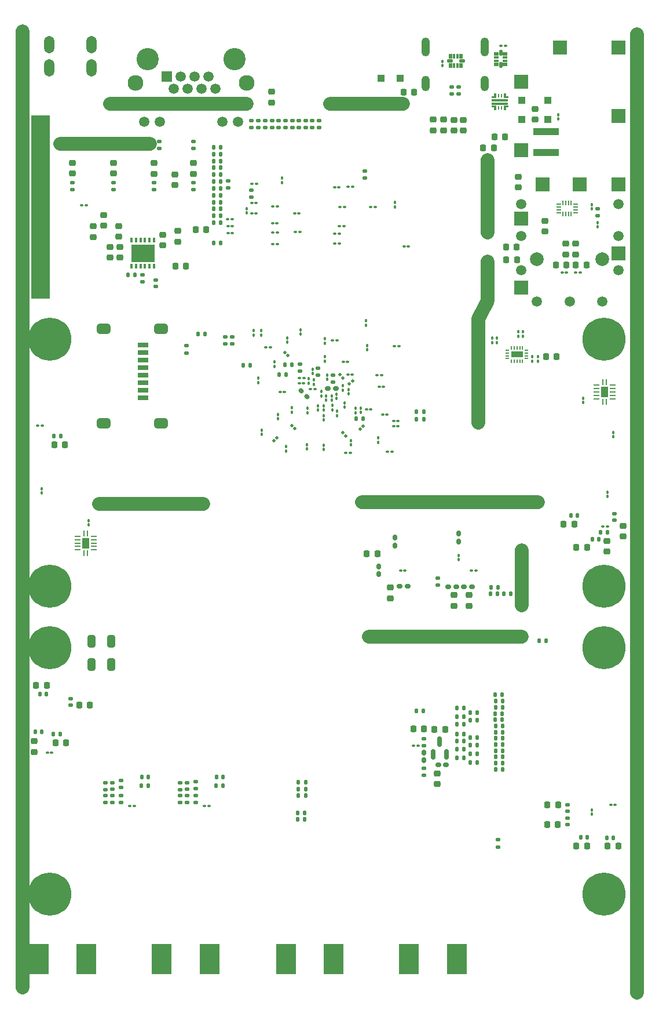
<source format=gbr>
%TF.GenerationSoftware,KiCad,Pcbnew,9.0.6-9.0.6~ubuntu22.04.1*%
%TF.CreationDate,2025-11-19T14:02:57+01:00*%
%TF.ProjectId,TRX055.01.01.PB.00.00,54525830-3535-42e3-9031-2e30312e5042,rev?*%
%TF.SameCoordinates,Original*%
%TF.FileFunction,Soldermask,Bot*%
%TF.FilePolarity,Negative*%
%FSLAX46Y46*%
G04 Gerber Fmt 4.6, Leading zero omitted, Abs format (unit mm)*
G04 Created by KiCad (PCBNEW 9.0.6-9.0.6~ubuntu22.04.1) date 2025-11-19 14:02:57*
%MOMM*%
%LPD*%
G01*
G04 APERTURE LIST*
G04 Aperture macros list*
%AMRoundRect*
0 Rectangle with rounded corners*
0 $1 Rounding radius*
0 $2 $3 $4 $5 $6 $7 $8 $9 X,Y pos of 4 corners*
0 Add a 4 corners polygon primitive as box body*
4,1,4,$2,$3,$4,$5,$6,$7,$8,$9,$2,$3,0*
0 Add four circle primitives for the rounded corners*
1,1,$1+$1,$2,$3*
1,1,$1+$1,$4,$5*
1,1,$1+$1,$6,$7*
1,1,$1+$1,$8,$9*
0 Add four rect primitives between the rounded corners*
20,1,$1+$1,$2,$3,$4,$5,0*
20,1,$1+$1,$4,$5,$6,$7,0*
20,1,$1+$1,$6,$7,$8,$9,0*
20,1,$1+$1,$8,$9,$2,$3,0*%
%AMFreePoly0*
4,1,7,0.300000,-0.300000,0.050000,-0.300000,0.050000,0.000000,-0.300000,0.000000,-0.300000,0.300000,0.300000,0.300000,0.300000,-0.300000,0.300000,-0.300000,$1*%
%AMFreePoly1*
4,1,7,0.300000,-0.300000,-0.300000,-0.300000,-0.300000,0.000000,0.050000,0.000000,0.050000,0.300000,0.300000,0.300000,0.300000,-0.300000,0.300000,-0.300000,$1*%
%AMFreePoly2*
4,1,7,-0.050000,0.000000,0.300000,0.000000,0.300000,-0.300000,-0.300000,-0.300000,-0.300000,0.300000,-0.050000,0.300000,-0.050000,0.000000,-0.050000,0.000000,$1*%
%AMFreePoly3*
4,1,7,0.300000,0.000000,-0.050000,0.000000,-0.050000,-0.300000,-0.300000,-0.300000,-0.300000,0.300000,0.300000,0.300000,0.300000,0.000000,0.300000,0.000000,$1*%
G04 Aperture macros list end*
%ADD10C,2.000000*%
%ADD11C,0.100000*%
%ADD12RoundRect,0.135000X-0.135000X-0.185000X0.135000X-0.185000X0.135000X0.185000X-0.135000X0.185000X0*%
%ADD13RoundRect,0.135000X0.185000X-0.135000X0.185000X0.135000X-0.185000X0.135000X-0.185000X-0.135000X0*%
%ADD14RoundRect,0.135000X0.135000X0.185000X-0.135000X0.185000X-0.135000X-0.185000X0.135000X-0.185000X0*%
%ADD15RoundRect,0.250000X0.325000X0.650000X-0.325000X0.650000X-0.325000X-0.650000X0.325000X-0.650000X0*%
%ADD16RoundRect,0.225000X0.225000X0.250000X-0.225000X0.250000X-0.225000X-0.250000X0.225000X-0.250000X0*%
%ADD17RoundRect,0.225000X-0.225000X-0.250000X0.225000X-0.250000X0.225000X0.250000X-0.225000X0.250000X0*%
%ADD18RoundRect,0.225000X-0.250000X0.225000X-0.250000X-0.225000X0.250000X-0.225000X0.250000X0.225000X0*%
%ADD19C,2.000000*%
%ADD20R,2.000000X2.000000*%
%ADD21C,1.500000*%
%ADD22C,6.300000*%
%ADD23O,1.188400X2.252400*%
%ADD24O,1.252400X2.752400*%
%ADD25R,3.000000X4.500000*%
%ADD26O,1.500000X2.550000*%
%ADD27C,3.250000*%
%ADD28R,1.500000X1.500000*%
%ADD29C,2.300000*%
%ADD30RoundRect,0.225000X0.250000X-0.225000X0.250000X0.225000X-0.250000X0.225000X-0.250000X-0.225000X0*%
%ADD31RoundRect,0.218750X0.218750X0.256250X-0.218750X0.256250X-0.218750X-0.256250X0.218750X-0.256250X0*%
%ADD32RoundRect,0.100000X-0.100000X0.130000X-0.100000X-0.130000X0.100000X-0.130000X0.100000X0.130000X0*%
%ADD33RoundRect,0.100000X0.130000X0.100000X-0.130000X0.100000X-0.130000X-0.100000X0.130000X-0.100000X0*%
%ADD34RoundRect,0.140000X-0.170000X0.140000X-0.170000X-0.140000X0.170000X-0.140000X0.170000X0.140000X0*%
%ADD35R,0.364000X0.665000*%
%ADD36R,3.400000X2.500000*%
%ADD37RoundRect,0.100000X0.100000X-0.130000X0.100000X0.130000X-0.100000X0.130000X-0.100000X-0.130000X0*%
%ADD38RoundRect,0.160000X0.160000X-0.222500X0.160000X0.222500X-0.160000X0.222500X-0.160000X-0.222500X0*%
%ADD39RoundRect,0.100000X-0.130000X-0.100000X0.130000X-0.100000X0.130000X0.100000X-0.130000X0.100000X0*%
%ADD40FreePoly0,270.000000*%
%ADD41R,0.250000X0.600000*%
%ADD42FreePoly1,270.000000*%
%ADD43R,2.400000X0.300000*%
%ADD44FreePoly2,270.000000*%
%ADD45FreePoly3,270.000000*%
%ADD46RoundRect,0.150000X0.150000X-0.587500X0.150000X0.587500X-0.150000X0.587500X-0.150000X-0.587500X0*%
%ADD47RoundRect,0.250000X0.300000X-0.300000X0.300000X0.300000X-0.300000X0.300000X-0.300000X-0.300000X0*%
%ADD48RoundRect,0.135000X-0.185000X0.135000X-0.185000X-0.135000X0.185000X-0.135000X0.185000X0.135000X0*%
%ADD49RoundRect,0.100000X-0.018372X-0.162980X0.162240X0.024048X0.018372X0.162980X-0.162240X-0.024048X0*%
%ADD50RoundRect,0.160000X0.222500X0.160000X-0.222500X0.160000X-0.222500X-0.160000X0.222500X-0.160000X0*%
%ADD51RoundRect,0.100000X-0.162635X0.021213X0.021213X-0.162635X0.162635X-0.021213X-0.021213X0.162635X0*%
%ADD52RoundRect,0.062500X-0.062500X-0.350000X0.062500X-0.350000X0.062500X0.350000X-0.062500X0.350000X0*%
%ADD53RoundRect,0.062500X-0.350000X-0.062500X0.350000X-0.062500X0.350000X0.062500X-0.350000X0.062500X0*%
%ADD54R,1.000000X1.500000*%
%ADD55RoundRect,0.160000X0.270468X-0.044194X-0.044194X0.270468X-0.270468X0.044194X0.044194X-0.270468X0*%
%ADD56RoundRect,0.218750X-0.256250X0.218750X-0.256250X-0.218750X0.256250X-0.218750X0.256250X0.218750X0*%
%ADD57RoundRect,0.140000X0.140000X0.170000X-0.140000X0.170000X-0.140000X-0.170000X0.140000X-0.170000X0*%
%ADD58RoundRect,0.140000X0.170000X-0.140000X0.170000X0.140000X-0.170000X0.140000X-0.170000X-0.140000X0*%
%ADD59RoundRect,0.100000X0.021213X0.162635X-0.162635X-0.021213X-0.021213X-0.162635X0.162635X0.021213X0*%
%ADD60R,3.700000X1.100000*%
%ADD61RoundRect,0.056750X0.320250X0.170250X-0.320250X0.170250X-0.320250X-0.170250X0.320250X-0.170250X0*%
%ADD62RoundRect,0.050500X0.326500X0.151500X-0.326500X0.151500X-0.326500X-0.151500X0.326500X-0.151500X0*%
%ADD63RoundRect,0.063000X0.189000X0.339000X-0.189000X0.339000X-0.189000X-0.339000X0.189000X-0.339000X0*%
%ADD64R,0.200000X0.595000*%
%ADD65R,0.595000X0.200000*%
%ADD66R,1.750000X0.950000*%
%ADD67RoundRect,0.056750X-0.170250X0.320250X-0.170250X-0.320250X0.170250X-0.320250X0.170250X0.320250X0*%
%ADD68RoundRect,0.050500X-0.151500X0.326500X-0.151500X-0.326500X0.151500X-0.326500X0.151500X0.326500X0*%
%ADD69RoundRect,0.063000X-0.339000X0.189000X-0.339000X-0.189000X0.339000X-0.189000X0.339000X0.189000X0*%
%ADD70RoundRect,0.218750X-0.218750X-0.256250X0.218750X-0.256250X0.218750X0.256250X-0.218750X0.256250X0*%
%ADD71RoundRect,0.218750X0.256250X-0.218750X0.256250X0.218750X-0.256250X0.218750X-0.256250X-0.218750X0*%
%ADD72RoundRect,0.140000X-0.140000X-0.170000X0.140000X-0.170000X0.140000X0.170000X-0.140000X0.170000X0*%
%ADD73RoundRect,0.160000X-0.222500X-0.160000X0.222500X-0.160000X0.222500X0.160000X-0.222500X0.160000X0*%
%ADD74RoundRect,0.100000X0.162635X-0.021213X-0.021213X0.162635X-0.162635X0.021213X0.021213X-0.162635X0*%
%ADD75RoundRect,0.100000X-0.021213X-0.162635X0.162635X0.021213X0.021213X0.162635X-0.162635X-0.021213X0*%
%ADD76R,0.200000X0.765000*%
%ADD77R,0.200000X0.665000*%
%ADD78R,0.665000X0.200000*%
%ADD79R,1.500000X0.800000*%
%ADD80RoundRect,0.362500X0.637500X-0.362500X0.637500X0.362500X-0.637500X0.362500X-0.637500X-0.362500X0*%
%ADD81RoundRect,0.250000X0.300000X0.300000X-0.300000X0.300000X-0.300000X-0.300000X0.300000X-0.300000X0*%
%ADD82RoundRect,0.062500X0.062500X0.350000X-0.062500X0.350000X-0.062500X-0.350000X0.062500X-0.350000X0*%
%ADD83RoundRect,0.062500X0.350000X0.062500X-0.350000X0.062500X-0.350000X-0.062500X0.350000X-0.062500X0*%
G04 APERTURE END LIST*
D10*
X129000000Y-63600000D02*
X129000000Y-69400000D01*
X129000000Y-69400000D02*
X127600000Y-72000000D01*
X73800000Y-40600000D02*
X93800000Y-40600000D01*
X66500000Y-46400000D02*
X79600000Y-46400000D01*
X150800000Y-30400000D02*
X150800000Y-170400000D01*
X106000000Y-40600000D02*
X116600000Y-40600000D01*
X134000000Y-105800000D02*
X134000000Y-113800000D01*
X111600000Y-118400000D02*
X134000000Y-118400000D01*
X72200000Y-99000000D02*
X87400000Y-99000000D01*
X61000000Y-30000000D02*
X61000000Y-169600000D01*
D11*
X62317000Y-42293000D02*
X64883000Y-42293000D01*
X64883000Y-69000000D01*
X62317000Y-69000000D01*
X62317000Y-42293000D01*
G36*
X62317000Y-42293000D02*
G01*
X64883000Y-42293000D01*
X64883000Y-69000000D01*
X62317000Y-69000000D01*
X62317000Y-42293000D01*
G37*
D10*
X129000000Y-48800000D02*
X129000000Y-59400000D01*
X127600000Y-72000000D02*
X127600000Y-87200000D01*
X110600000Y-98800000D02*
X136400000Y-98800000D01*
D12*
%TO.C,R166*%
X129460000Y-111210000D03*
X130480000Y-111210000D03*
%TD*%
%TO.C,R165*%
X129450000Y-112150000D03*
X130470000Y-112150000D03*
%TD*%
%TO.C,R164*%
X131350000Y-112160000D03*
X132370000Y-112160000D03*
%TD*%
D13*
%TO.C,R163*%
X121700000Y-110850000D03*
X121700000Y-109830000D03*
%TD*%
D14*
%TO.C,R162*%
X101350000Y-141600000D03*
X102370000Y-141600000D03*
%TD*%
D15*
%TO.C,C397*%
X74000000Y-122450000D03*
X71050000Y-122450000D03*
%TD*%
%TO.C,C396*%
X74000000Y-119100000D03*
X71050000Y-119100000D03*
%TD*%
D16*
%TO.C,C377*%
X129900000Y-47000000D03*
X128350000Y-47000000D03*
%TD*%
D17*
%TO.C,C376*%
X131725000Y-63400000D03*
X133275000Y-63400000D03*
%TD*%
%TO.C,C375*%
X131700000Y-61500000D03*
X133250000Y-61500000D03*
%TD*%
%TO.C,C374*%
X130025000Y-45400000D03*
X131575000Y-45400000D03*
%TD*%
D16*
%TO.C,C373*%
X118275000Y-38900000D03*
X116725000Y-38900000D03*
%TD*%
D18*
%TO.C,C372*%
X125400000Y-42925000D03*
X125400000Y-44475000D03*
%TD*%
%TO.C,C371*%
X124100000Y-42950000D03*
X124100000Y-44500000D03*
%TD*%
%TO.C,C370*%
X122600000Y-42900000D03*
X122600000Y-44450000D03*
%TD*%
%TO.C,C369*%
X121000000Y-42900000D03*
X121000000Y-44450000D03*
%TD*%
D19*
%TO.C,J5*%
X145800000Y-63300000D03*
X136200000Y-63300000D03*
D20*
X148125000Y-32400000D03*
X139550000Y-32400000D03*
X133875000Y-37400000D03*
X148125000Y-42400000D03*
X133875000Y-47400000D03*
X148125000Y-52400000D03*
X142450000Y-52400000D03*
X137050000Y-52400000D03*
D21*
X148125000Y-55200000D03*
X133875000Y-55200000D03*
D20*
X133875000Y-57400000D03*
D21*
X148125000Y-59900000D03*
X133875000Y-59900000D03*
D20*
X148125000Y-62400000D03*
D21*
X148125000Y-64900000D03*
X133875000Y-64900000D03*
D20*
X133875000Y-67400000D03*
D21*
X145800000Y-69500000D03*
X141000000Y-69500000D03*
X136200000Y-69500000D03*
%TD*%
D22*
%TO.C,M1*%
X146000000Y-111000000D03*
X146000000Y-75000000D03*
%TD*%
D23*
%TO.C,J9*%
X128600000Y-37660000D03*
X119960000Y-37660000D03*
D24*
X128600000Y-32300000D03*
X119960000Y-32300000D03*
%TD*%
D22*
%TO.C,M2*%
X146000000Y-156000000D03*
X146000000Y-120000000D03*
%TD*%
%TO.C,M4*%
X65000000Y-120000000D03*
X65000000Y-156000000D03*
%TD*%
D25*
%TO.C,J11*%
X70360000Y-165450000D03*
X63360000Y-165450000D03*
%TD*%
D22*
%TO.C,M3*%
X65000000Y-75000000D03*
X65000000Y-111000000D03*
%TD*%
D25*
%TO.C,J13*%
X124500000Y-165450000D03*
X117500000Y-165450000D03*
%TD*%
%TO.C,J15*%
X106500000Y-165450000D03*
X99500000Y-165450000D03*
%TD*%
D26*
%TO.C,J7*%
X71100000Y-35360000D03*
X71100000Y-32000000D03*
X64900000Y-35360000D03*
X64900000Y-32000000D03*
%TD*%
D25*
%TO.C,J17*%
X88360000Y-165450000D03*
X81360000Y-165450000D03*
%TD*%
D27*
%TO.C,J8*%
X79300000Y-34100000D03*
X92000000Y-34100000D03*
D28*
X82090000Y-36640000D03*
D21*
X83106000Y-38420000D03*
X84122000Y-36640000D03*
X85138000Y-38420000D03*
X86154000Y-36640000D03*
X87170000Y-38420000D03*
X88186000Y-36640000D03*
X89202000Y-38420000D03*
X78790000Y-43240000D03*
X81080000Y-43240000D03*
X90220000Y-43240000D03*
X92510000Y-43240000D03*
D29*
X77520000Y-37530000D03*
X93780000Y-37530000D03*
%TD*%
D30*
%TO.C,C325*%
X72820000Y-58410000D03*
X72820000Y-56860000D03*
%TD*%
D31*
%TO.C,FB18*%
X141687500Y-102000000D03*
X140112500Y-102000000D03*
%TD*%
D13*
%TO.C,R94*%
X86300000Y-140610000D03*
X86300000Y-139590000D03*
%TD*%
D32*
%TO.C,C30*%
X106300000Y-84630000D03*
X106300000Y-85270000D03*
%TD*%
D14*
%TO.C,R129*%
X131150000Y-129650000D03*
X130130000Y-129650000D03*
%TD*%
%TO.C,R6*%
X102270000Y-144100000D03*
X101250000Y-144100000D03*
%TD*%
%TO.C,R127*%
X131150000Y-130550000D03*
X130130000Y-130550000D03*
%TD*%
D33*
%TO.C,C308*%
X127270000Y-108770000D03*
X126630000Y-108770000D03*
%TD*%
D34*
%TO.C,C241*%
X74150000Y-141640000D03*
X74150000Y-142600000D03*
%TD*%
%TO.C,C212*%
X140650000Y-142950000D03*
X140650000Y-143910000D03*
%TD*%
D35*
%TO.C,U31*%
X80200000Y-64315000D03*
X79550000Y-64315000D03*
X78900000Y-64315000D03*
X78250000Y-64315000D03*
X77600000Y-64315000D03*
X76950000Y-64315000D03*
X76950000Y-60500000D03*
X77600000Y-60500000D03*
X78250000Y-60500000D03*
X78900000Y-60500000D03*
X79550000Y-60500000D03*
X80200000Y-60500000D03*
D36*
X78575000Y-62407500D03*
%TD*%
D33*
%TO.C,C224*%
X63865000Y-87600000D03*
X63225000Y-87600000D03*
%TD*%
D37*
%TO.C,C63*%
X105176000Y-75531000D03*
X105176000Y-74891000D03*
%TD*%
D13*
%TO.C,R39*%
X103329000Y-44085000D03*
X103329000Y-43065000D03*
%TD*%
D38*
%TO.C,FB41*%
X115430000Y-105095000D03*
X115430000Y-103950000D03*
%TD*%
D39*
%TO.C,C43*%
X115250000Y-86900000D03*
X115890000Y-86900000D03*
%TD*%
D14*
%TO.C,R109*%
X119610000Y-129200000D03*
X118590000Y-129200000D03*
%TD*%
D13*
%TO.C,R52*%
X106417000Y-81242000D03*
X106417000Y-80222000D03*
%TD*%
%TO.C,R35*%
X102385000Y-44077000D03*
X102385000Y-43057000D03*
%TD*%
D40*
%TO.C,U27*%
X129900000Y-39385000D03*
D41*
X130575000Y-39395000D03*
X131025000Y-39394500D03*
D42*
X131700000Y-39394500D03*
D43*
X130800000Y-40065000D03*
X130800000Y-40565000D03*
D44*
X131700000Y-41215000D03*
D41*
X131025000Y-41205000D03*
X130575000Y-41205000D03*
D45*
X129900000Y-41215000D03*
%TD*%
D46*
%TO.C,U18*%
X122950000Y-135600000D03*
X121050000Y-135600000D03*
X122000000Y-133725000D03*
%TD*%
D38*
%TO.C,FB44*%
X124780000Y-104482500D03*
X124780000Y-103337500D03*
%TD*%
D32*
%TO.C,C46*%
X110450000Y-85030000D03*
X110450000Y-85670000D03*
%TD*%
D13*
%TO.C,R37*%
X98470000Y-44067000D03*
X98470000Y-43047000D03*
%TD*%
D32*
%TO.C,C271*%
X135550000Y-77530000D03*
X135550000Y-78170000D03*
%TD*%
D13*
%TO.C,R53*%
X104214000Y-80193000D03*
X104214000Y-79173000D03*
%TD*%
D30*
%TO.C,C146*%
X86000000Y-50800000D03*
X86000000Y-49250000D03*
%TD*%
D47*
%TO.C,D1*%
X134000000Y-42900000D03*
X134000000Y-40100000D03*
%TD*%
D39*
%TO.C,C53*%
X108575000Y-80094000D03*
X109215000Y-80094000D03*
%TD*%
D33*
%TO.C,C328*%
X109269000Y-52741000D03*
X108629000Y-52741000D03*
%TD*%
D48*
%TO.C,R86*%
X119700000Y-133277500D03*
X119700000Y-134297500D03*
%TD*%
D13*
%TO.C,R46*%
X104329000Y-44085000D03*
X104329000Y-43065000D03*
%TD*%
D32*
%TO.C,C222*%
X147400000Y-88575000D03*
X147400000Y-89215000D03*
%TD*%
D49*
%TO.C,C47*%
X110387709Y-88120189D03*
X110832291Y-87659811D03*
%TD*%
D50*
%TO.C,FB11*%
X106777000Y-82200000D03*
X105632000Y-82200000D03*
%TD*%
D32*
%TO.C,C38*%
X106900000Y-82980000D03*
X106900000Y-83620000D03*
%TD*%
D12*
%TO.C,R156*%
X118620000Y-86680000D03*
X119640000Y-86680000D03*
%TD*%
D37*
%TO.C,C65*%
X99680000Y-75410000D03*
X99680000Y-74770000D03*
%TD*%
D32*
%TO.C,C48*%
X109050000Y-89770000D03*
X109050000Y-90410000D03*
%TD*%
D51*
%TO.C,C52*%
X107407000Y-80155000D03*
X107859548Y-80607548D03*
%TD*%
D33*
%TO.C,C253*%
X88240000Y-143100000D03*
X87600000Y-143100000D03*
%TD*%
D37*
%TO.C,C264*%
X130360000Y-75470000D03*
X130360000Y-74830000D03*
%TD*%
D30*
%TO.C,C231*%
X137400000Y-59250000D03*
X137400000Y-57700000D03*
%TD*%
D32*
%TO.C,C34*%
X104200000Y-84680000D03*
X104200000Y-85320000D03*
%TD*%
D13*
%TO.C,R33*%
X101385000Y-44077000D03*
X101385000Y-43057000D03*
%TD*%
D52*
%TO.C,U19*%
X145875000Y-84100000D03*
D53*
X144937500Y-83662500D03*
X144937500Y-83162500D03*
X144937500Y-82662500D03*
X144937500Y-82162500D03*
X144937500Y-81662500D03*
D52*
X145875000Y-81225000D03*
X146375000Y-81225000D03*
D53*
X147312500Y-81662500D03*
X147312500Y-82162500D03*
X147312500Y-82662500D03*
X147312500Y-83162500D03*
X147312500Y-83662500D03*
D52*
X146375000Y-84100000D03*
D54*
X146125000Y-82662500D03*
%TD*%
D37*
%TO.C,C61*%
X111200000Y-72925000D03*
X111200000Y-72285000D03*
%TD*%
D32*
%TO.C,C28*%
X108050000Y-84250000D03*
X108050000Y-84890000D03*
%TD*%
D55*
%TO.C,FB6*%
X102580819Y-83349819D03*
X101771181Y-82540181D03*
%TD*%
D14*
%TO.C,R115*%
X131170000Y-135950000D03*
X130150000Y-135950000D03*
%TD*%
D56*
%TO.C,FB3*%
X71350000Y-58462500D03*
X71350000Y-60037500D03*
%TD*%
D12*
%TO.C,R152*%
X109750000Y-86580000D03*
X110770000Y-86580000D03*
%TD*%
D33*
%TO.C,C329*%
X95135000Y-55051000D03*
X94495000Y-55051000D03*
%TD*%
D48*
%TO.C,R92*%
X84075000Y-139730002D03*
X84075000Y-140750002D03*
%TD*%
D57*
%TO.C,C208*%
X64490000Y-126810000D03*
X63530000Y-126810000D03*
%TD*%
D58*
%TO.C,C188*%
X140650000Y-145825000D03*
X140650000Y-144865000D03*
%TD*%
D38*
%TO.C,FB12*%
X113100000Y-109272500D03*
X113100000Y-108127500D03*
%TD*%
D33*
%TO.C,C357*%
X98220000Y-55600000D03*
X97580000Y-55600000D03*
%TD*%
D39*
%TO.C,C350*%
X111930000Y-55700000D03*
X112570000Y-55700000D03*
%TD*%
D31*
%TO.C,FB31*%
X139312500Y-142925000D03*
X137737500Y-142925000D03*
%TD*%
D37*
%TO.C,C74*%
X98314000Y-86591000D03*
X98314000Y-85951000D03*
%TD*%
D59*
%TO.C,C71*%
X98208274Y-89371726D03*
X97755726Y-89824274D03*
%TD*%
D60*
%TO.C,L16*%
X137550000Y-44700000D03*
X137550000Y-47700000D03*
%TD*%
D37*
%TO.C,C73*%
X100350000Y-85620000D03*
X100350000Y-84980000D03*
%TD*%
D56*
%TO.C,FB4*%
X75230000Y-61482500D03*
X75230000Y-63057500D03*
%TD*%
D37*
%TO.C,C57*%
X95500000Y-81320000D03*
X95500000Y-80680000D03*
%TD*%
D14*
%TO.C,R40*%
X90000000Y-49950000D03*
X88980000Y-49950000D03*
%TD*%
%TO.C,R44*%
X90000000Y-57950000D03*
X88980000Y-57950000D03*
%TD*%
D30*
%TO.C,C142*%
X80200000Y-50800000D03*
X80200000Y-49250000D03*
%TD*%
%TO.C,C138*%
X74300000Y-50775000D03*
X74300000Y-49225000D03*
%TD*%
D14*
%TO.C,R131*%
X131160000Y-128750000D03*
X130140000Y-128750000D03*
%TD*%
D18*
%TO.C,C169*%
X124050000Y-112325000D03*
X124050000Y-113875000D03*
%TD*%
D33*
%TO.C,C58*%
X99300000Y-82680000D03*
X98660000Y-82680000D03*
%TD*%
D57*
%TO.C,C242*%
X79410000Y-138900000D03*
X78450000Y-138900000D03*
%TD*%
D34*
%TO.C,C289*%
X80500000Y-66320000D03*
X80500000Y-67280000D03*
%TD*%
D39*
%TO.C,C355*%
X116785000Y-61400000D03*
X117425000Y-61400000D03*
%TD*%
D57*
%TO.C,C251*%
X90335000Y-138900000D03*
X89375000Y-138900000D03*
%TD*%
D14*
%TO.C,R117*%
X131160000Y-135050000D03*
X130140000Y-135050000D03*
%TD*%
D13*
%TO.C,R16*%
X94467000Y-44073000D03*
X94467000Y-43053000D03*
%TD*%
%TO.C,R160*%
X86000000Y-47110000D03*
X86000000Y-46090000D03*
%TD*%
D33*
%TO.C,C221*%
X147640000Y-142950000D03*
X147000000Y-142950000D03*
%TD*%
D61*
%TO.C,U9*%
X131575000Y-33300000D03*
D62*
X131575000Y-33800000D03*
X131575000Y-34300000D03*
D61*
X131575000Y-34800000D03*
D63*
X130900000Y-34950000D03*
D61*
X130225000Y-34800000D03*
D62*
X130225000Y-34300000D03*
X130225000Y-33800000D03*
D61*
X130225000Y-33300000D03*
D63*
X130900000Y-33150000D03*
%TD*%
D14*
%TO.C,R122*%
X125560000Y-133650000D03*
X124540000Y-133650000D03*
%TD*%
D16*
%TO.C,C176*%
X119700000Y-131900000D03*
X118150000Y-131900000D03*
%TD*%
D64*
%TO.C,U26*%
X134100000Y-78200000D03*
X133700000Y-78200000D03*
X133300000Y-78200000D03*
X132900000Y-78200000D03*
X132500000Y-78200000D03*
D65*
X131900000Y-77800000D03*
X131900000Y-77400000D03*
X131900000Y-77000000D03*
X131900000Y-76600000D03*
D64*
X132500000Y-76200000D03*
X132900000Y-76200000D03*
X133300000Y-76200000D03*
X133700000Y-76200000D03*
X134100000Y-76200000D03*
D65*
X134700000Y-76600000D03*
X134700000Y-77000000D03*
X134700000Y-77400000D03*
X134700000Y-77800000D03*
D66*
X133300000Y-77200000D03*
%TD*%
D13*
%TO.C,R93*%
X86300000Y-142620000D03*
X86300000Y-141600000D03*
%TD*%
D32*
%TO.C,C77*%
X105001000Y-90432000D03*
X105001000Y-91072000D03*
%TD*%
D14*
%TO.C,R130*%
X127510000Y-130600000D03*
X126490000Y-130600000D03*
%TD*%
D18*
%TO.C,C171*%
X126250000Y-112325000D03*
X126250000Y-113875000D03*
%TD*%
D37*
%TO.C,C83*%
X111400000Y-76500000D03*
X111400000Y-75860000D03*
%TD*%
D50*
%TO.C,FB16*%
X122922500Y-137137500D03*
X121777500Y-137137500D03*
%TD*%
D33*
%TO.C,C87*%
X108520000Y-78300000D03*
X107880000Y-78300000D03*
%TD*%
D12*
%TO.C,R145*%
X93230000Y-78790000D03*
X94250000Y-78790000D03*
%TD*%
D14*
%TO.C,R10*%
X90000000Y-53950000D03*
X88980000Y-53950000D03*
%TD*%
%TO.C,R132*%
X125560000Y-130100000D03*
X124540000Y-130100000D03*
%TD*%
D48*
%TO.C,R95*%
X145050000Y-55930000D03*
X145050000Y-56950000D03*
%TD*%
D37*
%TO.C,C42*%
X113000000Y-90020000D03*
X113000000Y-89380000D03*
%TD*%
%TO.C,C60*%
X94775000Y-74360000D03*
X94775000Y-73720000D03*
%TD*%
D67*
%TO.C,U20*%
X123600000Y-33625000D03*
D68*
X124100000Y-33625000D03*
X124600000Y-33625000D03*
D67*
X125100000Y-33625000D03*
D69*
X125250000Y-34300000D03*
D67*
X125100000Y-34975000D03*
D68*
X124600000Y-34975000D03*
X124100000Y-34975000D03*
D67*
X123600000Y-34975000D03*
D69*
X123450000Y-34300000D03*
%TD*%
D70*
%TO.C,FB32*%
X65632500Y-90400000D03*
X67207500Y-90400000D03*
%TD*%
D31*
%TO.C,FB19*%
X139250000Y-145825000D03*
X137675000Y-145825000D03*
%TD*%
D14*
%TO.C,R70*%
X99500000Y-80100000D03*
X98480000Y-80100000D03*
%TD*%
D30*
%TO.C,C150*%
X97400000Y-40400000D03*
X97400000Y-38850000D03*
%TD*%
D14*
%TO.C,R113*%
X131170000Y-136850000D03*
X130150000Y-136850000D03*
%TD*%
D17*
%TO.C,C323*%
X121240000Y-131920000D03*
X122790000Y-131920000D03*
%TD*%
D33*
%TO.C,C177*%
X118795000Y-134300000D03*
X118155000Y-134300000D03*
%TD*%
%TO.C,C228*%
X140520000Y-65200000D03*
X139880000Y-65200000D03*
%TD*%
D71*
%TO.C,FB35*%
X141900000Y-62587500D03*
X141900000Y-61012500D03*
%TD*%
D32*
%TO.C,C36*%
X107800000Y-81780000D03*
X107800000Y-82420000D03*
%TD*%
D33*
%TO.C,C316*%
X116920000Y-108750000D03*
X116280000Y-108750000D03*
%TD*%
D72*
%TO.C,C216*%
X65520000Y-132640000D03*
X66480000Y-132640000D03*
%TD*%
D14*
%TO.C,R11*%
X90000000Y-46950000D03*
X88980000Y-46950000D03*
%TD*%
D39*
%TO.C,C40*%
X115260000Y-87650000D03*
X115900000Y-87650000D03*
%TD*%
D58*
%TO.C,C192*%
X68030000Y-128400000D03*
X68030000Y-127440000D03*
%TD*%
D34*
%TO.C,C194*%
X147550000Y-100415000D03*
X147550000Y-101375000D03*
%TD*%
D71*
%TO.C,FB34*%
X140400000Y-62587500D03*
X140400000Y-61012500D03*
%TD*%
D13*
%TO.C,R31*%
X97470000Y-44067000D03*
X97470000Y-43047000D03*
%TD*%
D37*
%TO.C,C75*%
X99489000Y-91306000D03*
X99489000Y-90666000D03*
%TD*%
D14*
%TO.C,R136*%
X125560000Y-128850000D03*
X124540000Y-128850000D03*
%TD*%
D16*
%TO.C,C165*%
X112875000Y-106300000D03*
X111325000Y-106300000D03*
%TD*%
D72*
%TO.C,C214*%
X65600000Y-89130000D03*
X66560000Y-89130000D03*
%TD*%
D33*
%TO.C,C358*%
X98184000Y-58000000D03*
X97544000Y-58000000D03*
%TD*%
D13*
%TO.C,R153*%
X91620000Y-75610000D03*
X91620000Y-74590000D03*
%TD*%
D39*
%TO.C,C41*%
X114380000Y-91400000D03*
X115020000Y-91400000D03*
%TD*%
D14*
%TO.C,R15*%
X90000000Y-48950000D03*
X88980000Y-48950000D03*
%TD*%
%TO.C,R128*%
X125560000Y-131150000D03*
X124540000Y-131150000D03*
%TD*%
D56*
%TO.C,FB1*%
X75100000Y-58425000D03*
X75100000Y-60000000D03*
%TD*%
D33*
%TO.C,C360*%
X91675000Y-59450000D03*
X91035000Y-59450000D03*
%TD*%
D73*
%TO.C,FB14*%
X123277500Y-111100000D03*
X124422500Y-111100000D03*
%TD*%
D33*
%TO.C,C353*%
X107319000Y-59599000D03*
X106679000Y-59599000D03*
%TD*%
%TO.C,C62*%
X106970000Y-75150000D03*
X106330000Y-75150000D03*
%TD*%
D32*
%TO.C,C272*%
X136350000Y-77530000D03*
X136350000Y-78170000D03*
%TD*%
D14*
%TO.C,R124*%
X127510000Y-133100000D03*
X126490000Y-133100000D03*
%TD*%
D74*
%TO.C,C70*%
X100800000Y-88023000D03*
X100347452Y-87570452D03*
%TD*%
D13*
%TO.C,R143*%
X119700000Y-138610000D03*
X119700000Y-137590000D03*
%TD*%
D30*
%TO.C,C134*%
X68300000Y-50775000D03*
X68300000Y-49225000D03*
%TD*%
D72*
%TO.C,C196*%
X146425000Y-147775000D03*
X147385000Y-147775000D03*
%TD*%
D32*
%TO.C,C78*%
X102608000Y-90359000D03*
X102608000Y-90999000D03*
%TD*%
D12*
%TO.C,R155*%
X118620000Y-85520000D03*
X119640000Y-85520000D03*
%TD*%
D32*
%TO.C,C309*%
X124790000Y-106510000D03*
X124790000Y-107150000D03*
%TD*%
D70*
%TO.C,FB40*%
X137512500Y-77550000D03*
X139087500Y-77550000D03*
%TD*%
D75*
%TO.C,C39*%
X108773726Y-81476274D03*
X109226274Y-81023726D03*
%TD*%
D13*
%TO.C,R59*%
X68320000Y-53110000D03*
X68320000Y-52090000D03*
%TD*%
D37*
%TO.C,C72*%
X96000000Y-88875000D03*
X96000000Y-88235000D03*
%TD*%
D39*
%TO.C,C178*%
X69680000Y-55430000D03*
X70320000Y-55430000D03*
%TD*%
D37*
%TO.C,C220*%
X63800000Y-97420000D03*
X63800000Y-96780000D03*
%TD*%
D33*
%TO.C,C367*%
X98220000Y-59407000D03*
X97580000Y-59407000D03*
%TD*%
D74*
%TO.C,C68*%
X99816274Y-77366274D03*
X99363726Y-76913726D03*
%TD*%
D37*
%TO.C,C32*%
X105400000Y-83870000D03*
X105400000Y-83230000D03*
%TD*%
D14*
%TO.C,R126*%
X125560000Y-132600000D03*
X124540000Y-132600000D03*
%TD*%
D70*
%TO.C,FB21*%
X69282500Y-128430000D03*
X70857500Y-128430000D03*
%TD*%
D16*
%TO.C,C227*%
X140500000Y-64100000D03*
X138950000Y-64100000D03*
%TD*%
D39*
%TO.C,C226*%
X130980000Y-32100000D03*
X131620000Y-32100000D03*
%TD*%
D14*
%TO.C,R119*%
X131160000Y-134150000D03*
X130140000Y-134150000D03*
%TD*%
D30*
%TO.C,C286*%
X135900000Y-42875000D03*
X135900000Y-41325000D03*
%TD*%
D13*
%TO.C,R36*%
X96467000Y-44073000D03*
X96467000Y-43053000D03*
%TD*%
D70*
%TO.C,FB23*%
X146512500Y-149000000D03*
X148087500Y-149000000D03*
%TD*%
D34*
%TO.C,C252*%
X84075000Y-141640000D03*
X84075000Y-142600000D03*
%TD*%
D18*
%TO.C,C164*%
X114800000Y-111225000D03*
X114800000Y-112775000D03*
%TD*%
D39*
%TO.C,C85*%
X115380000Y-76000000D03*
X116020000Y-76000000D03*
%TD*%
D18*
%TO.C,C174*%
X121650000Y-138362500D03*
X121650000Y-139912500D03*
%TD*%
D14*
%TO.C,R121*%
X131160000Y-133250000D03*
X130140000Y-133250000D03*
%TD*%
D48*
%TO.C,R69*%
X101600000Y-78590000D03*
X101600000Y-79610000D03*
%TD*%
D56*
%TO.C,FB22*%
X148800000Y-102212500D03*
X148800000Y-103787500D03*
%TD*%
D48*
%TO.C,R48*%
X94490000Y-53240000D03*
X94490000Y-54260000D03*
%TD*%
D39*
%TO.C,C349*%
X100780000Y-56600000D03*
X101420000Y-56600000D03*
%TD*%
%TO.C,C49*%
X111270000Y-85230000D03*
X111910000Y-85230000D03*
%TD*%
D56*
%TO.C,FB26*%
X146450000Y-104412500D03*
X146450000Y-105987500D03*
%TD*%
D70*
%TO.C,FB33*%
X65812500Y-133900000D03*
X67387500Y-133900000D03*
%TD*%
D73*
%TO.C,FB15*%
X125527500Y-111100000D03*
X126672500Y-111100000D03*
%TD*%
D12*
%TO.C,R159*%
X99330001Y-78730000D03*
X100349999Y-78730000D03*
%TD*%
D76*
%TO.C,U22*%
X141225000Y-56665000D03*
D77*
X140825000Y-56715000D03*
X140425500Y-56715000D03*
X140025500Y-56715000D03*
D78*
X139393500Y-56482500D03*
X139393000Y-56082500D03*
X139393000Y-55682500D03*
X139393000Y-55282500D03*
D77*
X140025500Y-55050000D03*
X140425500Y-55050000D03*
X140825000Y-55050000D03*
X141225000Y-55050000D03*
D78*
X141857000Y-55282500D03*
X141857000Y-55682500D03*
X141857000Y-56082500D03*
X141857000Y-56482500D03*
%TD*%
D32*
%TO.C,C37*%
X108650000Y-82330000D03*
X108650000Y-82970000D03*
%TD*%
D13*
%TO.C,R68*%
X86000000Y-53110000D03*
X86000000Y-52090000D03*
%TD*%
D14*
%TO.C,R133*%
X131160000Y-127800000D03*
X130140000Y-127800000D03*
%TD*%
%TO.C,R1*%
X79370000Y-140200000D03*
X78350000Y-140200000D03*
%TD*%
%TO.C,R135*%
X131135000Y-126875000D03*
X130115000Y-126875000D03*
%TD*%
D13*
%TO.C,R150*%
X84970000Y-76960000D03*
X84970000Y-75940000D03*
%TD*%
D14*
%TO.C,R116*%
X127510000Y-135500000D03*
X126490000Y-135500000D03*
%TD*%
D37*
%TO.C,C29*%
X103575000Y-81536000D03*
X103575000Y-80896000D03*
%TD*%
D13*
%TO.C,R38*%
X100485000Y-44077000D03*
X100485000Y-43057000D03*
%TD*%
D32*
%TO.C,C232*%
X122400000Y-34380000D03*
X122400000Y-35020000D03*
%TD*%
D14*
%TO.C,R125*%
X131160000Y-131450000D03*
X130140000Y-131450000D03*
%TD*%
D18*
%TO.C,C284*%
X133510000Y-51255000D03*
X133510000Y-52805000D03*
%TD*%
D32*
%TO.C,C274*%
X145050000Y-57930000D03*
X145050000Y-58570000D03*
%TD*%
D72*
%TO.C,C210*%
X144295000Y-104175000D03*
X145255000Y-104175000D03*
%TD*%
D48*
%TO.C,R96*%
X130500000Y-148075000D03*
X130500000Y-149095000D03*
%TD*%
D14*
%TO.C,R111*%
X131180000Y-137750000D03*
X130160000Y-137750000D03*
%TD*%
D17*
%TO.C,C229*%
X141900000Y-64100000D03*
X143450000Y-64100000D03*
%TD*%
D37*
%TO.C,C81*%
X105017000Y-86748000D03*
X105017000Y-86108000D03*
%TD*%
D12*
%TO.C,R97*%
X136490000Y-119000000D03*
X137510000Y-119000000D03*
%TD*%
D37*
%TO.C,C31*%
X106200000Y-83870000D03*
X106200000Y-83230000D03*
%TD*%
D14*
%TO.C,R112*%
X127510000Y-136750000D03*
X126490000Y-136750000D03*
%TD*%
D33*
%TO.C,C347*%
X107270000Y-52750000D03*
X106630000Y-52750000D03*
%TD*%
D39*
%TO.C,C50*%
X101443000Y-81365000D03*
X102083000Y-81365000D03*
%TD*%
D34*
%TO.C,C255*%
X85075000Y-141640000D03*
X85075000Y-142600000D03*
%TD*%
D39*
%TO.C,C330*%
X94530000Y-52317000D03*
X95170000Y-52317000D03*
%TD*%
D32*
%TO.C,C327*%
X115475000Y-55025000D03*
X115475000Y-55665000D03*
%TD*%
D37*
%TO.C,C59*%
X95872000Y-74352000D03*
X95872000Y-73712000D03*
%TD*%
D18*
%TO.C,C288*%
X81500000Y-59725000D03*
X81500000Y-61275000D03*
%TD*%
D33*
%TO.C,C352*%
X91620000Y-57450000D03*
X90980000Y-57450000D03*
%TD*%
D32*
%TO.C,C64*%
X101616000Y-73579000D03*
X101616000Y-74219000D03*
%TD*%
D14*
%TO.C,R13*%
X90000000Y-50950000D03*
X88980000Y-50950000D03*
%TD*%
D48*
%TO.C,R51*%
X91050000Y-51840000D03*
X91050000Y-52860000D03*
%TD*%
D13*
%TO.C,R107*%
X78500000Y-66610000D03*
X78500000Y-65590000D03*
%TD*%
D37*
%TO.C,C265*%
X134200000Y-74525000D03*
X134200000Y-73885000D03*
%TD*%
D32*
%TO.C,C55*%
X102845000Y-80729000D03*
X102845000Y-81369000D03*
%TD*%
D37*
%TO.C,C266*%
X129630000Y-75470000D03*
X129630000Y-74830000D03*
%TD*%
D34*
%TO.C,C243*%
X73150000Y-141640000D03*
X73150000Y-142600000D03*
%TD*%
D14*
%TO.C,R42*%
X90000000Y-52950000D03*
X88980000Y-52950000D03*
%TD*%
D13*
%TO.C,R3*%
X75375000Y-140410000D03*
X75375000Y-139390000D03*
%TD*%
D14*
%TO.C,R7*%
X102370000Y-140650000D03*
X101350000Y-140650000D03*
%TD*%
%TO.C,R8*%
X102370000Y-139650000D03*
X101350000Y-139650000D03*
%TD*%
D37*
%TO.C,C79*%
X106950000Y-86133000D03*
X106950000Y-85493000D03*
%TD*%
D79*
%TO.C,J6*%
X78600000Y-83555000D03*
X78600000Y-82455000D03*
X78600000Y-81355000D03*
X78600000Y-80255000D03*
X78600000Y-79155000D03*
X78600000Y-78055000D03*
X78600000Y-76955000D03*
X78600000Y-75855000D03*
D80*
X72900000Y-87225000D03*
X81200000Y-87225000D03*
X72900000Y-73475000D03*
X81200000Y-73475000D03*
%TD*%
D14*
%TO.C,R134*%
X127510000Y-129475000D03*
X126490000Y-129475000D03*
%TD*%
D39*
%TO.C,C225*%
X64625000Y-135300000D03*
X65265000Y-135300000D03*
%TD*%
D71*
%TO.C,FB5*%
X83700000Y-60725000D03*
X83700000Y-59150000D03*
%TD*%
D33*
%TO.C,C67*%
X98220000Y-61076000D03*
X97580000Y-61076000D03*
%TD*%
D13*
%TO.C,R62*%
X74320000Y-53110000D03*
X74320000Y-52090000D03*
%TD*%
D16*
%TO.C,C148*%
X87845000Y-58949000D03*
X86295000Y-58949000D03*
%TD*%
D18*
%TO.C,C326*%
X83300000Y-50925000D03*
X83300000Y-52475000D03*
%TD*%
D33*
%TO.C,C354*%
X107962000Y-58478000D03*
X107322000Y-58478000D03*
%TD*%
%TO.C,C235*%
X77315000Y-143100000D03*
X76675000Y-143100000D03*
%TD*%
D13*
%TO.C,R17*%
X123746000Y-39148000D03*
X123746000Y-38128000D03*
%TD*%
D37*
%TO.C,C69*%
X105191000Y-78176000D03*
X105191000Y-77536000D03*
%TD*%
D33*
%TO.C,C361*%
X95160000Y-56573000D03*
X94520000Y-56573000D03*
%TD*%
%TO.C,C356*%
X108070000Y-55700000D03*
X107430000Y-55700000D03*
%TD*%
D14*
%TO.C,R30*%
X90000000Y-47950000D03*
X88980000Y-47950000D03*
%TD*%
D32*
%TO.C,C287*%
X139350000Y-42180000D03*
X139350000Y-42820000D03*
%TD*%
D14*
%TO.C,R41*%
X90000000Y-51950000D03*
X88980000Y-51950000D03*
%TD*%
D32*
%TO.C,C54*%
X105550000Y-80185000D03*
X105550000Y-80825000D03*
%TD*%
D57*
%TO.C,C202*%
X146480000Y-103125000D03*
X145520000Y-103125000D03*
%TD*%
D56*
%TO.C,FB25*%
X62740000Y-133652500D03*
X62740000Y-135227500D03*
%TD*%
D13*
%TO.C,R65*%
X80200000Y-53110000D03*
X80200000Y-52090000D03*
%TD*%
D31*
%TO.C,FB30*%
X143550000Y-105375000D03*
X141975000Y-105375000D03*
%TD*%
D37*
%TO.C,C56*%
X103400000Y-79970000D03*
X103400000Y-79330000D03*
%TD*%
D72*
%TO.C,C200*%
X62840000Y-132270000D03*
X63800000Y-132270000D03*
%TD*%
D14*
%TO.C,R43*%
X90000000Y-60950000D03*
X88980000Y-60950000D03*
%TD*%
D32*
%TO.C,C351*%
X93750000Y-55880000D03*
X93750000Y-56520000D03*
%TD*%
D14*
%TO.C,R114*%
X125560000Y-136100000D03*
X124540000Y-136100000D03*
%TD*%
%TO.C,R9*%
X90000000Y-54950000D03*
X88980000Y-54950000D03*
%TD*%
D48*
%TO.C,R50*%
X111028596Y-50440000D03*
X111028596Y-51460000D03*
%TD*%
D51*
%TO.C,C80*%
X107816000Y-88639000D03*
X108268548Y-89091548D03*
%TD*%
D14*
%TO.C,R91*%
X90295000Y-140200000D03*
X89275000Y-140200000D03*
%TD*%
D70*
%TO.C,FB2*%
X83325000Y-64300000D03*
X84900000Y-64300000D03*
%TD*%
D13*
%TO.C,R14*%
X124749000Y-39150000D03*
X124749000Y-38130000D03*
%TD*%
%TO.C,R161*%
X81000000Y-47110000D03*
X81000000Y-46090000D03*
%TD*%
D32*
%TO.C,C33*%
X105000000Y-84680000D03*
X105000000Y-85320000D03*
%TD*%
D37*
%TO.C,C263*%
X133470000Y-74515000D03*
X133470000Y-73875000D03*
%TD*%
D14*
%TO.C,R123*%
X131160000Y-132350000D03*
X130140000Y-132350000D03*
%TD*%
D32*
%TO.C,C359*%
X98900000Y-51430000D03*
X98900000Y-52070000D03*
%TD*%
D18*
%TO.C,C324*%
X73750000Y-61505000D03*
X73750000Y-63055000D03*
%TD*%
D37*
%TO.C,C273*%
X144200000Y-55925000D03*
X144200000Y-55285000D03*
%TD*%
D14*
%TO.C,R108*%
X77410000Y-65600000D03*
X76390000Y-65600000D03*
%TD*%
D13*
%TO.C,R32*%
X99485000Y-44077000D03*
X99485000Y-43057000D03*
%TD*%
D14*
%TO.C,R118*%
X125560000Y-134850000D03*
X124540000Y-134850000D03*
%TD*%
D34*
%TO.C,C254*%
X85075000Y-139740000D03*
X85075000Y-140700000D03*
%TD*%
D32*
%TO.C,C35*%
X102640000Y-85040000D03*
X102640000Y-85680000D03*
%TD*%
D13*
%TO.C,R34*%
X95467000Y-44073000D03*
X95467000Y-43053000D03*
%TD*%
D47*
%TO.C,D5*%
X137800000Y-42850000D03*
X137800000Y-40050000D03*
%TD*%
D33*
%TO.C,C203*%
X146495000Y-102275000D03*
X145855000Y-102275000D03*
%TD*%
D14*
%TO.C,R120*%
X127500000Y-134250000D03*
X126480000Y-134250000D03*
%TD*%
D39*
%TO.C,C66*%
X100880000Y-59300000D03*
X101520000Y-59300000D03*
%TD*%
D32*
%TO.C,C185*%
X104700000Y-82585000D03*
X104700000Y-83225000D03*
%TD*%
D38*
%TO.C,FB17*%
X119700000Y-136475000D03*
X119700000Y-135330000D03*
%TD*%
D81*
%TO.C,D2*%
X116200000Y-36900000D03*
X113400000Y-36900000D03*
%TD*%
D39*
%TO.C,C44*%
X113630000Y-86000000D03*
X114270000Y-86000000D03*
%TD*%
D34*
%TO.C,C237*%
X74150000Y-139740000D03*
X74150000Y-140700000D03*
%TD*%
D48*
%TO.C,R4*%
X73150000Y-139730002D03*
X73150000Y-140750002D03*
%TD*%
D39*
%TO.C,C230*%
X141880000Y-65200000D03*
X142520000Y-65200000D03*
%TD*%
D37*
%TO.C,C213*%
X144200000Y-144320000D03*
X144200000Y-143680000D03*
%TD*%
%TO.C,C219*%
X143000000Y-84220000D03*
X143000000Y-83580000D03*
%TD*%
D48*
%TO.C,R149*%
X90620000Y-74590000D03*
X90620000Y-75610000D03*
%TD*%
D33*
%TO.C,C362*%
X107322000Y-60997000D03*
X106682000Y-60997000D03*
%TD*%
D31*
%TO.C,FB29*%
X64537500Y-125530000D03*
X62962500Y-125530000D03*
%TD*%
D32*
%TO.C,C45*%
X109680000Y-85060000D03*
X109680000Y-85700000D03*
%TD*%
D14*
%TO.C,R45*%
X90000000Y-56950000D03*
X88980000Y-56950000D03*
%TD*%
D31*
%TO.C,FB27*%
X143550000Y-149000000D03*
X141975000Y-149000000D03*
%TD*%
D50*
%TO.C,FB13*%
X117272500Y-111000000D03*
X116127500Y-111000000D03*
%TD*%
D39*
%TO.C,C84*%
X113130000Y-81900000D03*
X113770000Y-81900000D03*
%TD*%
D32*
%TO.C,C26*%
X97802000Y-78291000D03*
X97802000Y-78931000D03*
%TD*%
D33*
%TO.C,C27*%
X97225000Y-76182000D03*
X96585000Y-76182000D03*
%TD*%
D12*
%TO.C,R146*%
X86630000Y-74240000D03*
X87650000Y-74240000D03*
%TD*%
D14*
%TO.C,R47*%
X90000000Y-55950000D03*
X88980000Y-55950000D03*
%TD*%
D82*
%TO.C,U23*%
X70475000Y-103300000D03*
D83*
X71412500Y-103737500D03*
X71412500Y-104237500D03*
X71412500Y-104737500D03*
X71412500Y-105237500D03*
X71412500Y-105737500D03*
D82*
X70475000Y-106175000D03*
X69975000Y-106175000D03*
D83*
X69037500Y-105737500D03*
X69037500Y-105237500D03*
X69037500Y-104737500D03*
X69037500Y-104237500D03*
X69037500Y-103737500D03*
D82*
X69975000Y-103300000D03*
D54*
X70225000Y-104737500D03*
%TD*%
D33*
%TO.C,C184*%
X103731000Y-82275000D03*
X103091000Y-82275000D03*
%TD*%
D37*
%TO.C,C223*%
X70700000Y-102075000D03*
X70700000Y-101435000D03*
%TD*%
D39*
%TO.C,C86*%
X112830000Y-80200000D03*
X113470000Y-80200000D03*
%TD*%
D57*
%TO.C,C204*%
X143575000Y-147700000D03*
X142615000Y-147700000D03*
%TD*%
D39*
%TO.C,C76*%
X108280000Y-91600000D03*
X108920000Y-91600000D03*
%TD*%
%TO.C,C51*%
X101482000Y-80656000D03*
X102122000Y-80656000D03*
%TD*%
D14*
%TO.C,R5*%
X102270000Y-145100000D03*
X101250000Y-145100000D03*
%TD*%
D57*
%TO.C,C186*%
X142130000Y-100725000D03*
X141170000Y-100725000D03*
%TD*%
D13*
%TO.C,R2*%
X75375000Y-142610000D03*
X75375000Y-141590000D03*
%TD*%
D37*
%TO.C,C218*%
X146500000Y-97920000D03*
X146500000Y-97280000D03*
%TD*%
D33*
%TO.C,C348*%
X91675000Y-58500000D03*
X91035000Y-58500000D03*
%TD*%
M02*

</source>
